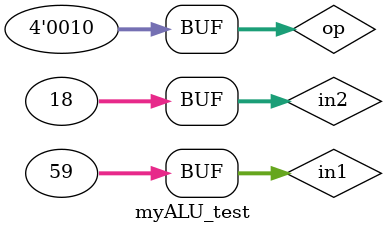
<source format=v>
`timescale 1ns / 1ps

module myALU_test;
    wire[31:0] in1;
    wire[31:0] in2;
    wire[31:0] out;
    reg[3:0] op;
    assign in1=32'h3B;
    assign in2=32'd18;
    myALU myALU_test_1(
        .in1(in1),
        .in2(in2),
        .op(op),
        .out(out)
    );
    initial begin
        #10
        op=4'h1;
        #10
        op=4'h2;
    end
    
endmodule

</source>
